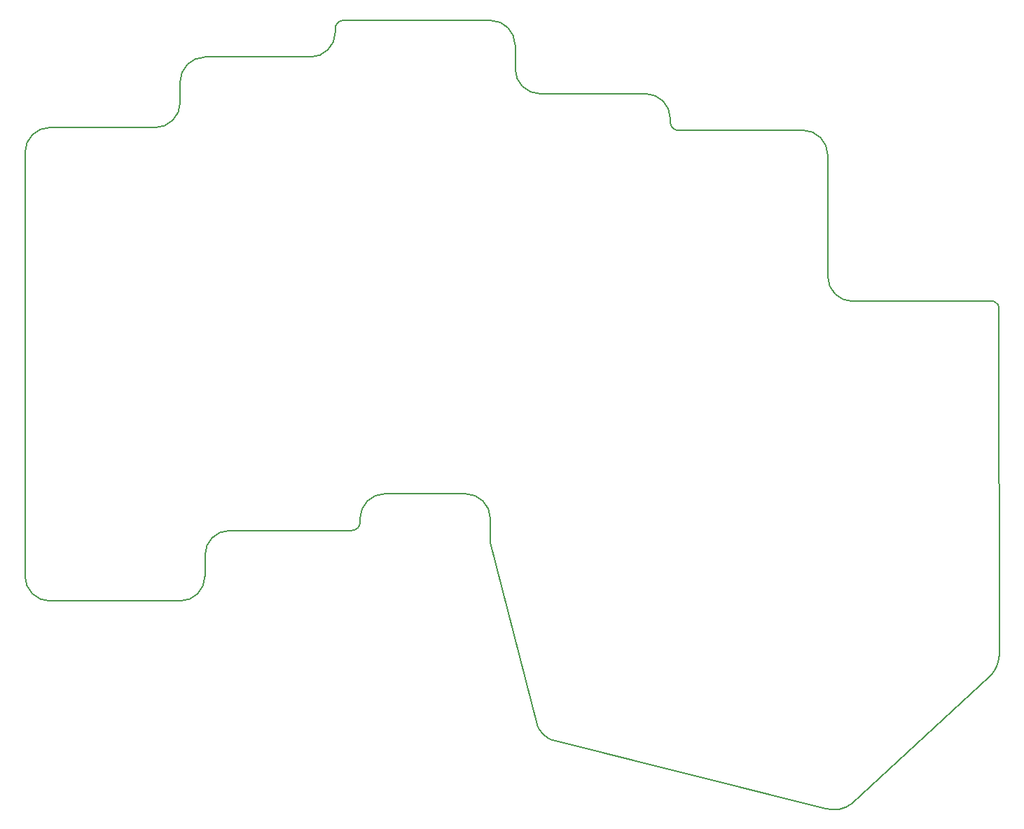
<source format=gm1>
%TF.GenerationSoftware,KiCad,Pcbnew,(6.0.1)*%
%TF.CreationDate,2022-01-21T15:59:00-05:00*%
%TF.ProjectId,quagga,71756167-6761-42e6-9b69-6361645f7063,v1.0.0*%
%TF.SameCoordinates,Original*%
%TF.FileFunction,Profile,NP*%
%FSLAX46Y46*%
G04 Gerber Fmt 4.6, Leading zero omitted, Abs format (unit mm)*
G04 Created by KiCad (PCBNEW (6.0.1)) date 2022-01-21 15:59:00*
%MOMM*%
%LPD*%
G01*
G04 APERTURE LIST*
%TA.AperFunction,Profile*%
%ADD10C,0.150000*%
%TD*%
G04 APERTURE END LIST*
D10*
X145658680Y-98134396D02*
G75*
G03*
X142658680Y-95134396I-3000001J-1D01*
G01*
X104865000Y-144967500D02*
X104865000Y-142092500D01*
X126615000Y-94155000D02*
G75*
G03*
X127615000Y-95155000I999999J-1D01*
G01*
X107865000Y-84842500D02*
G75*
G03*
X104865000Y-81842500I-3000001J-1D01*
G01*
X166365000Y-116840000D02*
G75*
G03*
X165735000Y-115813680I-875016J169398D01*
G01*
X83115000Y-86280000D02*
G75*
G03*
X86115000Y-83280000I-1J3000001D01*
G01*
X126615000Y-93717500D02*
X126615000Y-94155000D01*
X67365000Y-91800000D02*
X67365000Y-89280000D01*
X87115000Y-81842500D02*
X104865000Y-81842500D01*
X107865000Y-87717500D02*
G75*
G03*
X110865000Y-90717500I3000001J1D01*
G01*
X148661973Y-115813680D02*
X165735000Y-115813680D01*
X70365000Y-86280000D02*
G75*
G03*
X67365000Y-89280000I1J-3000001D01*
G01*
X165100000Y-161290000D02*
G75*
G03*
X166370000Y-158750000I-2446251J2810625D01*
G01*
X92115000Y-139092500D02*
G75*
G03*
X89115000Y-142092500I1J-3000001D01*
G01*
X110490000Y-167005000D02*
G75*
G03*
X112395000Y-168910000I3066972J1161972D01*
G01*
X67365000Y-152050000D02*
G75*
G03*
X70365000Y-149050000I-1J3000001D01*
G01*
X87115000Y-81842500D02*
G75*
G03*
X86115000Y-82842500I-1J-999999D01*
G01*
X148590000Y-176530000D02*
X165100000Y-161290000D01*
X107865000Y-84842500D02*
X107865000Y-87717500D01*
X89115000Y-142092500D02*
X89115000Y-142530000D01*
X48615000Y-149050000D02*
X48615000Y-97800000D01*
X64365000Y-94800000D02*
G75*
G03*
X67365000Y-91800000I-1J3000001D01*
G01*
X88115000Y-143530000D02*
G75*
G03*
X89115000Y-142530000I1J999999D01*
G01*
X51615000Y-94800000D02*
G75*
G03*
X48615000Y-97800000I1J-3000001D01*
G01*
X110490000Y-167005000D02*
X104865000Y-144967500D01*
X145415000Y-177165000D02*
G75*
G03*
X148590000Y-176530000I978886J3360572D01*
G01*
X145658680Y-98134396D02*
X145661973Y-112813680D01*
X73365000Y-143530000D02*
X88115000Y-143530000D01*
X145661973Y-112813680D02*
G75*
G03*
X148661973Y-115813680I3000001J1D01*
G01*
X92115000Y-139092500D02*
X101865000Y-139092500D01*
X166370000Y-158750000D02*
X166365000Y-116840000D01*
X112395000Y-168910000D02*
X145415000Y-177165000D01*
X51615000Y-152050000D02*
X67365000Y-152050000D01*
X48615000Y-149050000D02*
G75*
G03*
X51615000Y-152050000I3000001J1D01*
G01*
X110865000Y-90717500D02*
X123615000Y-90717500D01*
X127615000Y-95155000D02*
X142658680Y-95134396D01*
X51615000Y-94800000D02*
X64365000Y-94800000D01*
X86115000Y-83280000D02*
X86115000Y-82842500D01*
X73365000Y-143530000D02*
G75*
G03*
X70365000Y-146530000I1J-3000001D01*
G01*
X70365000Y-86280000D02*
X83115000Y-86280000D01*
X104865000Y-142092500D02*
G75*
G03*
X101865000Y-139092500I-3000001J-1D01*
G01*
X126615000Y-93717500D02*
G75*
G03*
X123615000Y-90717500I-3000001J-1D01*
G01*
X70365000Y-146530000D02*
X70365000Y-149050000D01*
M02*

</source>
